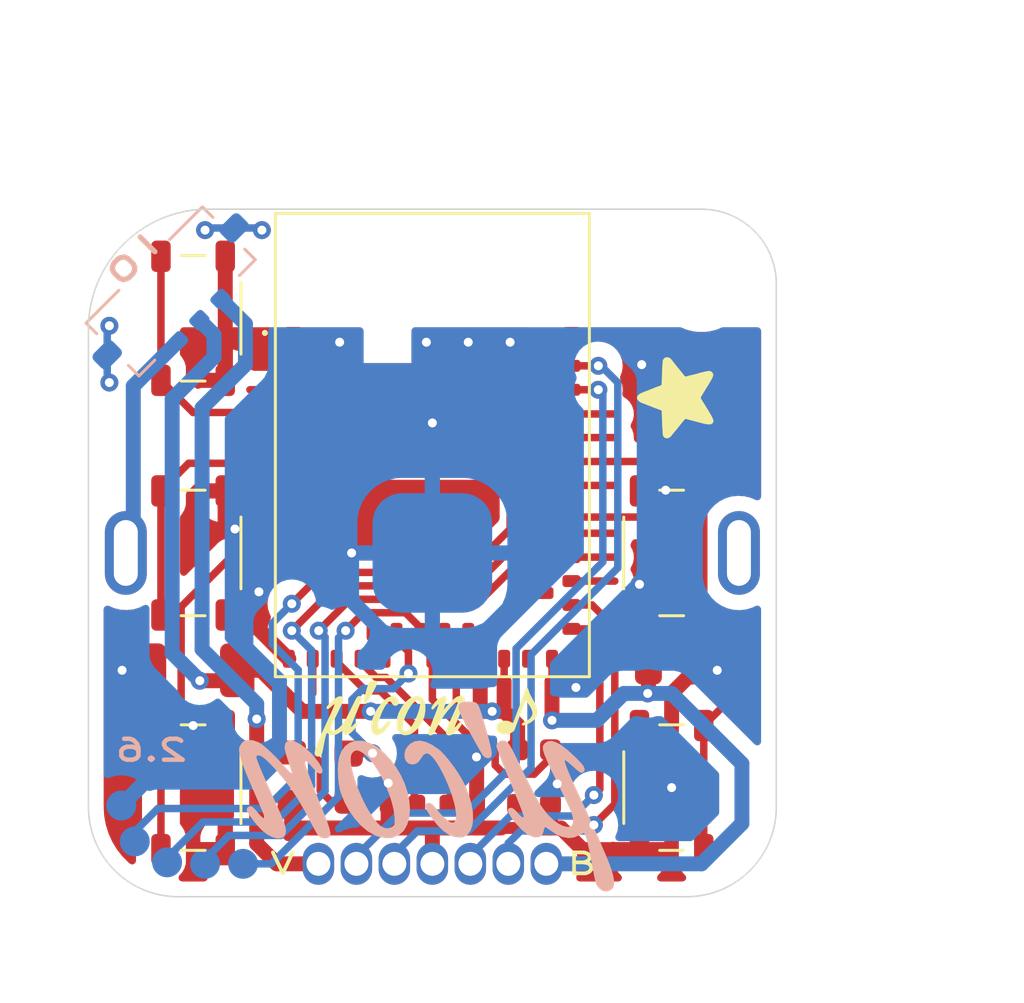
<source format=kicad_pcb>
(kicad_pcb (version 20211014) (generator pcbnew)
  (layers (0 "F.Cu" signal) (31 "B.Cu" signal) (34 "B.Paste" user) (35 "F.Paste" user) (36 "B.SilkS" user "B.Silkscreen") (37 "F.SilkS" user "F.Silkscreen") (38 "B.Mask" user) (39 "F.Mask" user) (44 "Edge.Cuts" user))
  (net 0 "")
  (net 1 "Net-(BT1-Pad1)")
  (net 2 "GND")
  (net 3 "VBUS")
  (net 4 "VDD")
  (net 5 "SWDCLK")
  (net 6 "SWDIO")
  (net 7 "D-")
  (net 8 "D+")
  (net 9 "Net-(D1-Pad1)")
  (net 10 "unconnected-(IC1-Pad3)")
  (net 11 "unconnected-(IC1-Pad4)")
  (net 13 "unconnected-(IC1-Pad6)")
  (net 15 "unconnected-(IC1-Pad10)")
  (net 17 "unconnected-(IC1-Pad12)")
  (net 19 "unconnected-(IC1-Pad16)")
  (net 23 "unconnected-(IC1-Pad26)")
  (net 28 "unconnected-(IC1-Pad37)")
  (net 30 "unconnected-(IC1-Pad39)")
  (net 31 "unconnected-(IC1-Pad41)")
  (net 32 "unconnected-(IC1-Pad43)")
  (net 33 "unconnected-(IC1-Pad44)")
  (net 36 "unconnected-(IC1-Pad48)")
  (net 37 "unconnected-(IC1-Pad49)")
  (net 38 "SWITCH")
  (net 39 "LED")
  (net 40 "D2")
  (net 44 "RESET")
  (net 46 "RGB")
  (net 51 "BOOT")
  (net 52 "VCC")
  (net 53 "XL2")
  (net 54 "XL1")
  (net 55 "unconnected-(S1-PadMP1)")
  (net 56 "unconnected-(S1-PadMP2)")
  (net 57 "sw5")
  (net 58 "sw4")
  (net 59 "sw3")
  (net 60 "sw2")
  (net 61 "sw1")
  (footprint "Connector_PinHeader_1.27mm:PinHeader_1x07_P1.27mm_Vertical" (layer "F.Cu") (at 57.69 71.9 90)
    (fp_text reference "J1" hide)
    (fp_text value "Conn_01x08")
    (pad "1" thru_hole oval locked (at 0 0 90) (size 1.4 1.05) (drill 0.8) (layers *.Cu *.Mask) (net 4 "VDD"))
    (pad "2" thru_hole oval locked (at 0 1.27 90) (size 1.4 1.05) (drill 0.8) (layers *.Cu *.Mask) (net 6 "SWDIO"))
    (pad "3" thru_hole oval locked (at 0 2.54 90) (size 1.4 1.05) (drill 0.8) (layers *.Cu *.Mask) (net 5 "SWDCLK"))
    (pad "4" thru_hole oval locked (at 0 3.81 90) (size 1.4 1.05) (drill 0.8) (layers *.Cu *.Mask) (net 2 "GND"))
    (pad "5" thru_hole oval locked (at 0 5.08 90) (size 1.4 1.05) (drill 0.8) (layers *.Cu *.Mask) (net 7 "D-"))
    (pad "6" thru_hole oval locked (at 0 6.35 90) (size 1.4 1.05) (drill 0.8) (layers *.Cu *.Mask) (net 8 "D+"))
    (pad "7" thru_hole oval locked (at 0 7.62 90) (size 1.4 1.05) (drill 0.8) (layers *.Cu *.Mask) (net 3 "VBUS"))
  )
  (footprint "MyLib:SKRPABE010" (layer "F.Cu") (at 69.5 69.35 -90)
    (fp_text reference "SW4" hide)
    (fp_text value "SW_PUSH" hide)
    (pad "1" smd roundrect locked (at -2.075 -1.075) (size 0.65 1.05) (layers "F.Cu" "F.Paste" "F.Mask") (net 58 "sw4"))
    (pad "1" smd roundrect locked (at 2.075 -1.075) (size 0.65 1.05) (layers "F.Cu" "F.Paste" "F.Mask") (net 58 "sw4"))
    (pad "2" smd roundrect locked (at -2.075 1.075) (size 0.65 1.05) (layers "F.Cu" "F.Paste" "F.Mask") (net 2 "GND"))
    (pad "2" smd roundrect locked (at 2.075 1.075) (size 0.65 1.05) (layers "F.Cu" "F.Paste" "F.Mask") (net 2 "GND"))
  )
  (footprint "Capacitor_SMD:C_1206_3216Metric" (layer "F.Cu") (at 53.5 65.425 180)
    (fp_text reference "C2" hide)
    (fp_text value "100uF")
    (pad "1" smd roundrect (at -1.475 0 180) (size 1.15 1.8) (layers "F.Cu" "F.Paste" "F.Mask") (roundrect_rratio 0.217391) (net 52 "VCC"))
    (pad "2" smd roundrect (at 1.475 0 180) (size 1.15 1.8) (layers "F.Cu" "F.Paste" "F.Mask") (roundrect_rratio 0.217391) (net 2 "GND"))
  )
  (footprint "SamacSys_Parts:MDBT50Q-1M" (layer "F.Cu") (at 61.5 57.89)
    (fp_text reference "IC1" hide)
    (fp_text value "MDBT50Q-1M" hide)
    (pad "1" smd roundrect (at -4.65 -3.75 90) (size 0.4 0.6) (layers "F.Cu" "F.Paste" "F.Mask") (net 2 "GND"))
    (pad "2" smd roundrect (at -4.65 -2.65 90) (size 0.4 0.6) (layers "F.Cu" "F.Paste" "F.Mask") (net 2 "GND"))
    (pad "3" smd roundrect (at -4.65 -1.85 90) (size 0.4 0.6) (layers "F.Cu" "F.Paste" "F.Mask") (net 10 "unconnected-(IC1-Pad3)"))
    (pad "4" smd roundrect (at -4.65 -0.25 90) (size 0.4 0.6) (layers "F.Cu" "F.Paste" "F.Mask") (net 11 "unconnected-(IC1-Pad4)"))
    (pad "5" smd roundrect (at -3.75 0.15 90) (size 0.4 0.6) (layers "F.Cu" "F.Paste" "F.Mask"))
    (pad "6" smd roundrect (at -4.65 0.55 90) (size 0.4 0.6) (layers "F.Cu" "F.Paste" "F.Mask") (net 13 "unconnected-(IC1-Pad6)"))
    (pad "7" smd roundrect (at -3.75 0.95 90) (size 0.4 0.6) (layers "F.Cu" "F.Paste" "F.Mask") (net 61 "sw1"))
    (pad "8" smd roundrect (at -4.65 1.35 90) (size 0.4 0.6) (layers "F.Cu" "F.Paste" "F.Mask") (net 60 "sw2"))
    (pad "9" smd roundrect (at -3.75 1.75 90) (size 0.4 0.6) (layers "F.Cu" "F.Paste" "F.Mask"))
    (pad "10" smd roundrect (at -4.65 2.15 90) (size 0.4 0.6) (layers "F.Cu" "F.Paste" "F.Mask") (net 15 "unconnected-(IC1-Pad10)"))
    (pad "11" smd roundrect (at -3.75 2.55 90) (size 0.4 0.6) (layers "F.Cu" "F.Paste" "F.Mask"))
    (pad "12" smd roundrect (at -4.65 2.95 90) (size 0.4 0.6) (layers "F.Cu" "F.Paste" "F.Mask") (net 17 "unconnected-(IC1-Pad12)"))
    (pad "13" smd roundrect (at -3.75 3.35 90) (size 0.4 0.6) (layers "F.Cu" "F.Paste" "F.Mask"))
    (pad "14" smd roundrect (at -4.65 3.75 90) (size 0.4 0.6) (layers "F.Cu" "F.Paste" "F.Mask") (net 59 "sw3"))
    (pad "15" smd roundrect (at -4.8 7.15 180) (size 0.4 0.6) (layers "F.Cu" "F.Paste" "F.Mask") (net 2 "GND"))
    (pad "16" smd roundrect (at -4 7.15 180) (size 0.4 0.6) (layers "F.Cu" "F.Paste" "F.Mask") (net 19 "unconnected-(IC1-Pad16)"))
    (pad "17" smd roundrect (at -3.2 7.15 180) (size 0.4 0.6) (layers "F.Cu" "F.Paste" "F.Mask") (net 54 "XL1"))
    (pad "18" smd roundrect (at -2.4 7.15 180) (size 0.4 0.6) (layers "F.Cu" "F.Paste" "F.Mask") (net 53 "XL2"))
    (pad "19" smd roundrect (at -2 6.25 180) (size 0.4 0.6) (layers "F.Cu" "F.Paste" "F.Mask"))
    (pad "20" smd roundrect (at -1.6 7.15 180) (size 0.4 0.6) (layers "F.Cu" "F.Paste" "F.Mask"))
    (pad "21" smd roundrect (at -1.2 6.25 180) (size 0.4 0.6) (layers "F.Cu" "F.Paste" "F.Mask") (net 39 "LED"))
    (pad "23" smd roundrect (at -0.4 6.25 180) (size 0.4 0.6) (layers "F.Cu" "F.Paste" "F.Mask") (net 51 "BOOT"))
    (pad "24" smd roundrect (at 0 7.15 180) (size 0.4 0.6) (layers "F.Cu" "F.Paste" "F.Mask") (net 46 "RGB"))
    (pad "25" smd roundrect (at 0.4 6.25 180) (size 0.4 0.6) (layers "F.Cu" "F.Paste" "F.Mask"))
    (pad "26" smd roundrect (at 0.8 7.15 180) (size 0.4 0.6) (layers "F.Cu" "F.Paste" "F.Mask") (net 23 "unconnected-(IC1-Pad26)"))
    (pad "27" smd roundrect (at 1.2 6.25 180) (size 0.4 0.6) (layers "F.Cu" "F.Paste" "F.Mask"))
    (pad "28" smd roundrect (at 1.6 7.15 180) (size 0.4 0.6) (layers "F.Cu" "F.Paste" "F.Mask") (net 52 "VCC"))
    (pad "29" smd roundrect (at 2 6.25 180) (size 0.4 0.6) (layers "F.Cu" "F.Paste" "F.Mask"))
    (pad "30" smd roundrect (at 2.4 7.15 180) (size 0.4 0.6) (layers "F.Cu" "F.Paste" "F.Mask") (net 52 "VCC"))
    (pad "31" smd roundrect (at 3.2 7.15 180) (size 0.4 0.6) (layers "F.Cu" "F.Paste" "F.Mask"))
    (pad "32" smd roundrect (at 4 7.15 180) (size 0.4 0.6) (layers "F.Cu" "F.Paste" "F.Mask") (net 3 "VBUS"))
    (pad "33" smd roundrect (at 4.8 7.15 180) (size 0.4 0.6) (layers "F.Cu" "F.Paste" "F.Mask") (net 2 "GND"))
    (pad "34" smd roundrect (at 4.65 6.15 90) (size 0.4 0.6) (layers "F.Cu" "F.Paste" "F.Mask") (net 7 "D-"))
    (pad "35" smd roundrect (at 4.65 5.35 90) (size 0.4 0.6) (layers "F.Cu" "F.Paste" "F.Mask") (net 8 "D+"))
    (pad "36" smd roundrect (at 3.75 4.95 90) (size 0.4 0.6) (layers "F.Cu" "F.Paste" "F.Mask"))
    (pad "37" smd roundrect (at 4.65 4.55 90) (size 0.4 0.6) (layers "F.Cu" "F.Paste" "F.Mask") (net 28 "unconnected-(IC1-Pad37)"))
    (pad "38" smd roundrect (at 3.75 4.15 90) (size 0.4 0.6) (layers "F.Cu" "F.Paste" "F.Mask"))
    (pad "39" smd roundrect (at 4.65 3.75 90) (size 0.4 0.6) (layers "F.Cu" "F.Paste" "F.Mask") (net 30 "unconnected-(IC1-Pad39)"))
    (pad "40" smd roundrect (at 3.75 3.35 90) (size 0.4 0.6) (layers "F.Cu" "F.Paste" "F.Mask") (net 44 "RESET"))
    (pad "41" smd roundrect (at 4.65 2.95 90) (size 0.4 0.6) (layers "F.Cu" "F.Paste" "F.Mask") (net 31 "unconnected-(IC1-Pad41)"))
    (pad "42" smd roundrect (at 3.75 2.55 90) (size 0.4 0.6) (layers "F.Cu" "F.Paste" "F.Mask") (net 58 "sw4"))
    (pad "43" smd roundrect (at 3.75 1.75 90) (size 0.4 0.6) (layers "F.Cu" "F.Paste" "F.Mask") (net 32 "unconnected-(IC1-Pad43)"))
    (pad "44" smd roundrect (at 4.65 1.35 90) (size 0.4 0.6) (layers "F.Cu" "F.Paste" "F.Mask") (net 33 "unconnected-(IC1-Pad44)"))
    (pad "45" smd roundrect (at 3.75 0.95 90) (size 0.4 0.6) (layers "F.Cu" "F.Paste" "F.Mask"))
    (pad "46" smd roundrect (at 4.65 0.55 90) (size 0.4 0.6) (layers "F.Cu" "F.Paste" "F.Mask") (net 57 "sw5"))
    (pad "47" smd roundrect (at 3.75 0.15 90) (size 0.4 0.6) (layers "F.Cu" "F.Paste" "F.Mask"))
    (pad "48" smd roundrect (at 4.65 -0.25 90) (size 0.4 0.6) (layers "F.Cu" "F.Paste" "F.Mask") (net 36 "unconnected-(IC1-Pad48)"))
    (pad "49" smd roundrect (at 3.75 -0.65 90) (size 0.4 0.6) (layers "F.Cu" "F.Paste" "F.Mask") (net 37 "unconnected-(IC1-Pad49)"))
    (pad "50" smd roundrect (at 3.75 -1.45 90) (size 0.4 0.6) (layers "F.Cu" "F.Paste" "F.Mask") (net 38 "SWITCH"))
    (pad "51" smd roundrect (at 4.65 -1.85 90) (size 0.4 0.6) (layers "F.Cu" "F.Paste" "F.Mask") (net 6 "SWDIO"))
    (pad "52" smd roundrect (at 3.75 -2.25 90) (size 0.4 0.6) (layers "F.Cu" "F.Paste" "F.Mask"))
    (pad "53" smd roundrect (at 4.65 -2.65 90) (size 0.4 0.6) (layers "F.Cu" "F.Paste" "F.Mask") (net 5 "SWDCLK"))
    (pad "54" smd roundrect (at 3.75 -3.05 90) (size 0.4 0.6) (layers "F.Cu" "F.Paste" "F.Mask") (net 40 "D2"))
    (pad "55" smd roundrect (at 4.65 -3.75 90) (size 0.4 0.6) (layers "F.Cu" "F.Paste" "F.Mask") (net 2 "GND"))
    (pad "56" smd roundrect (at -2 0.55 180) (size 0.4 0.6) (layers "F.Cu" "F.Paste" "F.Mask"))
    (pad "57" smd roundrect (at -1.2 0.55 180) (size 0.4 0.6) (layers "F.Cu" "F.Paste" "F.Mask"))
    (pad "58" smd roundrect (at -0.4 0.55 180) (size 0.4 0.6) (layers "F.Cu" "F.Paste" "F.Mask"))
    (pad "59" smd roundrect (at 0.4 0.55 180) (size 0.4 0.6) (layers "F.Cu" "F.Paste" "F.Mask"))
    (pad "60" smd roundrect (at 1.2 0.55 180) (size 0.4 0.6) (layers "F.Cu" "F.Paste" "F.Mask"))
    (pad "61" smd roundrect (at 2 0.55 180) (size 0.4 0.6) (layers "F.Cu" "F.Paste" "F.Mask"))
  )
  (footprint "MyLib:quarter_note3" (layer "F.Cu") (at 64.4 66.85 -20)
    (fp_text reference "LOGO3" hide)
    (fp_text value "Logo" hide)
  )
  (footprint "MyLib:SKRPABE010" (layer "F.Cu") (at 53.5 53.65 90)
    (fp_text reference "SW1" hide)
    (fp_text value "SW_PUSH" hide)
    (pad "1" smd roundrect locked (at 2.075 -1.075 180) (size 0.65 1.05) (layers "F.Cu" "F.Paste" "F.Mask") (net 61 "sw1"))
    (pad "1" smd roundrect locked (at -2.075 -1.075 180) (size 0.65 1.05) (layers "F.Cu" "F.Paste" "F.Mask") (net 61 "sw1"))
    (pad "2" smd roundrect locked (at -2.075 1.075 180) (size 0.65 1.05) (layers "F.Cu" "F.Paste" "F.Mask") (net 2 "GND"))
    (pad "2" smd roundrect locked (at 2.075 1.075 180) (size 0.65 1.05) (layers "F.Cu" "F.Paste" "F.Mask") (net 2 "GND"))
  )
  (footprint "MyLib:SKRPABE010" (layer "F.Cu") (at 69.5 61.5 -90)
    (fp_text reference "SW5" hide)
    (fp_text value "SW_PUSH" hide)
    (pad "1" smd roundrect locked (at -2.075 -1.075) (size 0.65 1.05) (layers "F.Cu" "F.Paste" "F.Mask") (net 57 "sw5"))
    (pad "1" smd roundrect locked (at 2.075 -1.075) (size 0.65 1.05) (layers "F.Cu" "F.Paste" "F.Mask") (net 57 "sw5"))
    (pad "2" smd roundrect locked (at -2.075 1.075) (size 0.65 1.05) (layers "F.Cu" "F.Paste" "F.Mask") (net 2 "GND"))
    (pad "2" smd roundrect locked (at 2.075 1.075) (size 0.65 1.05) (layers "F.Cu" "F.Paste" "F.Mask") (net 2 "GND"))
  )
  (footprint "MyLib:SKRPABE010" (layer "F.Cu") (at 53.5 69.35 90)
    (fp_text reference "SW3" hide)
    (fp_text value "SW_PUSH" hide)
    (pad "1" smd roundrect locked (at -2.075 -1.075 180) (size 0.65 1.05) (layers "F.Cu" "F.Paste" "F.Mask") (net 59 "sw3"))
    (pad "1" smd roundrect locked (at 2.075 -1.075 180) (size 0.65 1.05) (layers "F.Cu" "F.Paste" "F.Mask") (net 59 "sw3"))
    (pad "2" smd roundrect locked (at 2.075 1.075 180) (size 0.65 1.05) (layers "F.Cu" "F.Paste" "F.Mask") (net 2 "GND"))
    (pad "2" smd roundrect locked (at -2.075 1.075 180) (size 0.65 1.05) (layers "F.Cu" "F.Paste" "F.Mask") (net 2 "GND"))
  )
  (footprint "MyLib:SKRPABE010" (layer "F.Cu") (at 53.5 61.5 90)
    (fp_text reference "SW2" hide)
    (fp_text value "SW_PUSH" hide)
    (pad "1" smd roundrect locked (at 2.075 -1.075 180) (size 0.65 1.05) (layers "F.Cu" "F.Paste" "F.Mask") (net 60 "sw2"))
    (pad "1" smd roundrect locked (at -2.075 -1.075 180) (size 0.65 1.05) (layers "F.Cu" "F.Paste" "F.Mask") (net 60 "sw2"))
    (pad "2" smd roundrect locked (at 2.075 1.075 180) (size 0.65 1.05) (layers "F.Cu" "F.Paste" "F.Mask") (net 2 "GND"))
    (pad "2" smd roundrect locked (at -2.075 1.075 180) (size 0.65 1.05) (layers "F.Cu" "F.Paste" "F.Mask") (net 2 "GND"))
  )
  (footprint "Resistor_SMD:R_0603_1608Metric" (layer "F.Cu") (at 56.8 69 90)
    (fp_text reference "R1" hide)
    (fp_text value "1K")
    (pad "1" smd roundrect locked (at -0.825 0 90) (size 0.8 0.95) (layers "F.Cu" "F.Paste" "F.Mask") (net 2 "GND"))
    (pad "2" smd roundrect locked (at 0.825 0 90) (size 0.8 0.95) (layers "F.Cu" "F.Paste" "F.Mask") (net 9 "Net-(D1-Pad1)"))
  )
  (footprint "Capacitor_SMD:C_0603_1608Metric" (layer "F.Cu") (at 69.5 65.425)
    (fp_text reference "C1" hide)
    (fp_text value "1uF")
    (pad "1" smd roundrect locked (at -0.775 0) (size 0.9 0.95) (layers "F.Cu" "F.Paste" "F.Mask") (net 3 "VBUS"))
    (pad "2" smd roundrect locked (at 0.775 0) (size 0.9 0.95) (layers "F.Cu" "F.Paste" "F.Mask") (net 2 "GND"))
  )
  (footprint "LED_SMD:LED_0603_1608Metric" (layer "F.Cu") (at 58.7 69 90)
    (fp_text reference "D1" hide)
    (fp_text value "LED")
    (pad "1" smd roundrect locked (at -0.7875 0 90) (size 0.875 0.95) (layers "F.Cu" "F.Paste" "F.Mask") (net 9 "Net-(D1-Pad1)"))
    (pad "2" smd roundrect locked (at 0.7875 0 90) (size 0.875 0.95) (layers "F.Cu" "F.Paste" "F.Mask") (net 39 "LED"))
  )
  (footprint "MyLib:CM9VT1A" (layer "F.Cu") (at 61.5 68.6)
    (fp_text reference "Y1" hide)
    (fp_text value "32.768kHz 9pF" hide)
    (pad "1" smd roundrect locked (at -0.6 0) (size 0.6 1.2) (layers "F.Cu" "F.Paste" "F.Mask") (net 54 "XL1"))
    (pad "2" smd roundrect locked (at 0.6 0) (size 0.6 1.2) (layers "F.Cu" "F.Paste" "F.Mask") (net 53 "XL2"))
  )
  (footprint "Capacitor_SMD:C_0402_1005Metric" (layer "F.Cu") (at 60.5 69.9)
    (fp_text reference "C3" hide)
    (fp_text value "9p" hide)
    (pad "1" smd roundrect locked (at -0.48 0) (size 0.56 0.62) (layers "F.Cu" "F.Paste" "F.Mask") (net 2 "GND"))
    (pad "2" smd roundrect locked (at 0.48 0) (size 0.56 0.62) (layers "F.Cu" "F.Paste" "F.Mask") (net 54 "XL1"))
  )
  (footprint "Capacitor_SMD:C_0402_1005Metric" (layer "F.Cu") (at 62.5 69.9 180)
    (fp_text reference "C4" hide)
    (fp_text value "9p" hide)
    (pad "1" smd roundrect locked (at -0.48 0 180) (size 0.56 0.62) (layers "F.Cu" "F.Paste" "F.Mask") (net 2 "GND"))
    (pad "2" smd roundrect locked (at 0.48 0 180) (size 0.56 0.62) (layers "F.Cu" "F.Paste" "F.Mask") (net 53 "XL2"))
  )
  (footprint "MyLib:WS2812C2020" (layer "F.Cu") (at 64.9 69 -90)
    (fp_text reference "LED1" hide)
    (fp_text value "WS2812C" hide)
    (pad "1" smd roundrect locked (at 0.915 0.55) (size 0.7 0.7) (layers "F.Cu" "F.Paste" "F.Mask"))
    (pad "2" smd roundrect locked (at 0.915 -0.55) (size 0.7 0.7) (layers "F.Cu" "F.Paste" "F.Mask") (net 2 "GND"))
    (pad "3" smd roundrect locked (at -0.915 -0.55) (size 0.7 0.7) (layers "F.Cu" "F.Paste" "F.Mask") (net 46 "RGB"))
    (pad "4" smd roundrect locked (at -0.915 0.55) (size 0.7 0.7) (layers "F.Cu" "F.Paste" "F.Mask") (net 52 "VCC"))
  )
  (footprint "MountingHole:MountingHole_2.2mm_M2" (layer "F.Cu") (at 70.5 52.5)
    (fp_text reference "H1" hide)
    (fp_text value "MountingHole")
    (pad "" np_thru_hole circle locked (at 0 0) (size 2.2 2.2) (drill 2.2) (layers *.Cu *.Mask))
  )
  (footprint "MyLib:star_3mm" (layer "F.Cu") (at 69.7 56.3 90)
    (fp_text reference "LOGO4" hide)
    (fp_text value "Logo" hide)
  )
  (footprint "MyLib:mucon2" (layer "F.Cu") (at 60.4 66.9)
    (fp_text reference "LOGO2" hide)
    (fp_text value "Logo" hide)
  )
  (footprint "TestPoint:TestPoint_Pad_D1.0mm" (layer "B.Cu") (at 52.63 71.85)
    (fp_text reference "TP2" hide)
    (fp_text value "TestPoint" hide)
    (pad "1" smd circle locked (at 0 0) (size 1 1) (layers "B.Cu" "B.Mask") (net 38 "SWITCH"))
  )
  (footprint "MyLib:SSAJ120100" (layer "B.Cu") (at 52.75 52.75 45)
    (fp_text reference "S1" hide)
    (fp_text value "SSAJ120100" hide)
    (pad "1" smd roundrect locked (at -1 1.355 315) (size 0.51 0.6) (layers "B.Cu" "B.Paste" "B.Mask") (net 1 "Net-(BT1-Pad1)"))
    (pad "2" smd roundrect locked (at 1 1.355 315) (size 0.51 0.6) (layers "B.Cu" "B.Paste" "B.Mask") (net 4 "VDD"))
    (pad "C1" smd roundrect locked (at 0 1.355 315) (size 0.51 0.6) (layers "B.Cu" "B.Paste" "B.Mask") (net 52 "VCC"))
    (pad "MP1" smd roundrect locked (at -3 0 315) (size 0.7 0.9) (layers "B.Cu" "B.Paste" "B.Mask") (net 55 "unconnected-(S1-PadMP1)"))
    (pad "MP2" smd roundrect locked (at 3 0 315) (size 0.7 0.9) (layers "B.Cu" "B.Paste" "B.Mask") (net 56 "unconnected-(S1-PadMP2)"))
  )
  (footprint "MyLib:mucon" (layer "B.Cu") (at 60.5 69.3 180)
    (fp_text reference "LOGO1" hide)
    (fp_text value "Logo" hide)
  )
  (footprint "TestPoint:TestPoint_Pad_D1.0mm" (layer "B.Cu") (at 53.9 71.9)
    (fp_text reference "TP1" hide)
    (fp_text value "TestPoint" hide)
    (pad "1" smd circle locked (at 0 0) (size 1 1) (layers "B.Cu" "B.Mask") (net 44 "RESET"))
  )
  (footprint "TestPoint:TestPoint_Pad_D1.0mm" (layer "B.Cu") (at 51.1 69.95)
    (fp_text reference "TP5" hide)
    (fp_text value "TestPoint" hide)
    (pad "1" smd circle locked (at 0 0 315) (size 1 1) (layers "B.Cu" "B.Mask") (net 2 "GND"))
  )
  (footprint "TestPoint:TestPoint_Pad_D1.0mm" (layer "B.Cu") (at 51.55 71.15)
    (fp_text reference "TP3" hide)
    (fp_text value "TestPoint" hide)
    (pad "1" smd circle locked (at 0 0) (size 1 1) (layers "B.Cu" "B.Mask") (net 40 "D2"))
  )
  (footprint "MyLib:BK888_mod6" (layer "B.Cu") (at 61.5 61.5 180)
    (fp_text reference "BT1" hide)
    (fp_text value "Battery_Cell" hide)
    (pad "1" thru_hole oval locked (at 10.25 0 180) (size 1.4 2.8) (drill oval 0.8 2.2) (layers *.Cu *.Mask) (net 1 "Net-(BT1-Pad1)"))
    (pad "2" smd roundrect locked (at 0 0 90) (size 4 4) (layers "B.Cu" "B.Paste" "B.Mask") (net 2 "GND"))
    (pad "3" thru_hole oval locked (at -10.25 0 180) (size 1.4 2.8) (drill oval 0.8 2.2) (layers *.Cu *.Mask))
  )
  (footprint "TestPoint:TestPoint_Pad_D1.0mm" (layer "B.Cu") (at 55.17 71.9)
    (fp_text reference "TP4" hide)
    (fp_text value "TestPoint" hide)
    (pad "1" smd circle locked (at 0 0) (size 1 1) (layers "B.Cu" "B.Mask") (net 51 "BOOT"))
  )
  (gr_arc (start 73 70) (mid 72.12132 72.12132) (end 70 73) (layer "Edge.Cuts") (width 0.05))
  (gr_arc (start 53 73) (mid 50.87868 72.12132) (end 50 70) (layer "Edge.Cuts") (width 0.05))
  (gr_line (start 70 73) (end 53 73) (layer "Edge.Cuts") (width 0.05))
  (gr_line (start 54 50) (end 70.5 50) (layer "Edge.Cuts") (width 0.05))
  (gr_line (start 50 70) (end 50 54) (layer "Edge.Cuts") (width 0.05))
  (gr_line (start 73 52.5) (end 73 70) (layer "Edge.Cuts") (width 0.05))
  (gr_arc (start 50 54) (mid 51.171573 51.171573) (end 54 50) (layer "Edge.Cuts") (width 0.05))
  (gr_arc (start 70.5 50) (mid 72.267767 50.732233) (end 73 52.5) (layer "Edge.Cuts") (width 0.05))
  (gr_text "I" (at 52 51.2 45) (layer "B.SilkS") (effects (font (size 0.7 1) (thickness 0.175)) (justify mirror)))
  (gr_text "O" (at 51.2 52 45) (layer "B.SilkS") (effects (font (size 0.7 1) (thickness 0.175)) (justify mirror)))
  (gr_text "2.6" (at 52.1 68.1) (layer "B.SilkS") (effects (font (size 0.7 1)) (justify mirror)))
  (gr_text "V" (at 56.5 71.9) (layer "F.SilkS") (effects (font (size 0.7 1) (thickness 0.125))))
  (gr_text "B" (at 66.5 71.9) (layer "F.SilkS") (effects (font (size 0.7 1) (thickness 0.125))))
  (segment (start 51.5 61.25) (end 51.5 55.916259) (width 0.5) (layer "B.Cu") (net 1))
  (segment (start 51.5 55.916259) (end 53.001023 54.415236) (width 0.5) (layer "B.Cu") (net 1))
  (segment (start 51.25 61.5) (end 51.5 61.25) (width 0.5) (layer "B.Cu") (net 1))
  (segment (start 66.3 66) (end 66.3 65.04) (width 0.5) (layer "F.Cu") (net 2))
  (segment (start 61.5 71.9) (end 61.5 70.7) (width 0.5) (layer "F.Cu") (net 2))
  (segment (start 64.41 54.14) (end 66.15 54.14) (width 0.25) (layer "F.Cu") (net 2))
  (segment (start 56.85 54.14) (end 56.85 55.24) (width 0.25) (layer "F.Cu") (net 2))
  (segment (start 64.1 54.45) (end 64.41 54.14) (width 0.25) (layer "F.Cu") (net 2))
  (segment (start 65.8 70.7) (end 66.525 71.425) (width 0.5) (layer "F.Cu") (net 2))
  (segment (start 54.575 60.375) (end 54.575 59.425) (width 0.5) (layer "F.Cu") (net 2))
  (segment (start 65.8 70.7) (end 64.8 70.7) (width 0.5) (layer "F.Cu") (net 2))
  (segment (start 54.575 67.275) (end 54.575 71.425) (width 0.5) (layer "F.Cu") (net 2))
  (segment (start 65.675 69.225) (end 65.45 69.45) (width 0.5) (layer "F.Cu") (net 2))
  (segment (start 58.6 59.6) (end 58.6 61.3) (width 0.5) (layer "F.Cu") (net 2))
  (segment (start 63.8 70.7) (end 56.8 70.7) (width 0.5) (layer "F.Cu") (net 2))
  (segment (start 58.8 61.5) (end 62.3 61.5) (width 0.5) (layer "F.Cu") (net 2))
  (segment (start 70.275 65.425) (end 71.025 65.425) (width 0.5) (layer "F.Cu") (net 2))
  (segment (start 62.3 61.5) (end 63.5 60.3) (width 0.5) (layer "F.Cu") (net 2))
  (segment (start 54.9 60.7) (end 54.575 60.375) (width 0.5) (layer "F.Cu") (net 2))
  (segment (start 69.5 66.2) (end 70.275 65.425) (width 0.5) (layer "F.Cu") (net 2))
  (segment (start 66.525 71.425) (end 68.775 71.425) (width 0.5) (layer "F.Cu") (net 2))
  (segment (start 54.575 63.575) (end 55.699 63.575) (width 0.5) (layer "F.Cu") (net 2))
  (segment (start 62.98 68.33) (end 62.98 69.9) (width 0.5) (layer "F.Cu") (net 2))
  (segment (start 54.575 67.275) (end 53.5 67.275) (width 0.5) (layer "F.Cu") (net 2))
  (segment (start 55.7 63.574) (end 55.7 64.05997) (width 0.5) (layer "F.Cu") (net 2))
  (segment (start 63.5 60.3) (end 63.5 59.3) (width 0.5) (layer "F.Cu") (net 2))
  (segment (start 60.02 69.9) (end 60.02 70.7) (width 0.5) (layer "F.Cu") (net 2))
  (segment (start 69.5 67.275) (end 69.5 66.2) (width 0.5) (layer "F.Cu") (net 2))
  (segment (start 62.975 68.325) (end 62.98 68.33) (width 0.5) (layer "F.Cu") (net 2))
  (segment (start 65.45 69.915) (end 65.45 70.7) (width 0.5) (layer "F.Cu") (net 2))
  (segment (start 55.7 64.05997) (end 56.68003 65.04) (width 0.5) (layer "F.Cu") (net 2))
  (segment (start 55.7 62.8) (end 55.7 63.574) (width 0.5) (layer "F.Cu") (net 2))
  (segment (start 68.425 67.275) (end 68.425 71.425) (width 0.5) (layer "F.Cu") (net 2))
  (segment (start 55.699 63.575) (end 55.7 63.574) (width 0.5) (layer "F.Cu") (net 2))
  (segment (start 62.98 69.9) (end 62.98 70.7) (width 0.5) (layer "F.Cu") (net 2))
  (segment (start 63.8 70.7) (end 64.8 70.7) (width 0.4) (layer "F.Cu") (net 2))
  (segment (start 52.025 65.425) (end 51.125 65.425) (width 0.5) (layer "F.Cu") (net 2))
  (segment (start 68.425 63.575) (end 68.425 62.55) (width 0.5) (layer "F.Cu") (net 2))
  (segment (start 65.45 69.45) (end 65.45 69.915) (width 0.5) (layer "F.Cu") (net 2))
  (segment (start 58.6 61.3) (end 58.8 61.5) (width 0.5) (layer "F.Cu") (net 2))
  (segment (start 60.025 69.2) (end 60.02 69.205) (width 0.5) (layer "F.Cu") (net 2))
  (segment (start 56.8 70.7) (end 56.8 69.825) (width 0.5) (layer "F.Cu") (net 2))
  (segment (start 56.68003 65.04) (end 56.7 65.04) (width 0.5) (layer "F.Cu") (net 2))
  (segment (start 58.9 59.3) (end 58.6 59.6) (width 0.5) (layer "F.Cu") (net 2))
  (segment (start 60.02 69.205) (end 60.02 69.9) (width 0.5) (layer "F.Cu") (net 2))
  (segment (start 54.575 51.575) (end 54.575 55.725) (width 0.5) (layer "F.Cu") (net 2))
  (segment (start 63.5 59.3) (end 58.9 59.3) (width 0.5) (layer "F.Cu") (net 2))
  (segment (start 68.425 67.275) (end 69.5 67.275) (width 0.5) (layer "F.Cu") (net 2))
  (via (at 64.1 54.45) (size 0.6) (drill 0.3) (layers "F.Cu" "B.Cu") (net 2))
  (via (at 61.3 54.45) (size 0.6) (drill 0.3) (layers "F.Cu" "B.Cu") (net 2))
  (via (at 62.7 54.45) (size 0.6) (drill 0.3) (layers "F.Cu" "B.Cu") (net 2))
  (via (at 53.5 67.275) (size 0.6) (drill 0.3) (layers "F.Cu" "B.Cu") (net 2))
  (via (at 58.4 54.45) (size 0.6) (drill 0.3) (layers "F.Cu" "B.Cu") (net 2))
  (via (at 61.5 57.15) (size 0.6) (drill 0.3) (layers "F.Cu" "B.Cu") (net 2))
  (via (at 66.3 66) (size 0.6) (drill 0.3) (layers "F.Cu" "B.Cu") (net 2))
  (via (at 62.975 68.325) (size 0.6) (drill 0.3) (layers "F.Cu" "B.Cu") (net 2))
  (via (at 60.025 69.2) (size 0.6) (drill 0.3) (layers "F.Cu" "B.Cu") (net 2))
  (via (at 65.675 69.225) (size 0.6) (drill 0.3) (layers "F.Cu" "B.Cu") (net 2))
  (via (at 68.425 62.55) (size 0.6) (drill 0.3) (layers "F.Cu" "B.Cu") (net 2))
  (via (at 69.3 59.4) (size 0.6) (drill 0.3) (layers "F.Cu" "B.Cu") (net 2))
  (via (at 69.5 69.35) (size 0.6) (drill 0.3) (layers "F.Cu" "B.Cu") (net 2))
  (via (at 54.9 60.7) (size 0.6) (drill 0.3) (layers "F.Cu" "B.Cu") (net 2))
  (via (at 68.5 55.2) (size 0.6) (drill 0.3) (layers "F.Cu" "B.Cu") (net 2))
  (via (at 51.125 65.425) (size 0.6) (drill 0.3) (layers "F.Cu" "B.Cu") (net 2))
  (via (at 71.025 65.425) (size 0.6) (drill 0.3) (layers "F.Cu" "B.Cu") (net 2))
  (via (at 58.8 61.5) (size 0.6) (drill 0.3) (layers "F.Cu" "B.Cu") (net 2))
  (via (at 55.7 62.8) (size 0.6) (drill 0.3) (layers "F.Cu" "B.Cu") (net 2))
  (segment (start 56.388 65.786) (end 55.118 64.516) (width 0.5) (layer "B.Cu") (net 2))
  (segment (start 56.388 68.072) (end 56.388 65.786) (width 0.5) (layer "B.Cu") (net 2))
  (segment (start 53.5 67.724) (end 54.356 68.58) (width 0.5) (layer "B.Cu") (net 2))
  (segment (start 60.1 64.4) (end 63 64.4) (width 0.5) (layer "B.Cu") (net 2))
  (segment (start 53.5 67.275) (end 53.5 67.724) (width 0.5) (layer "B.Cu") (net 2))
  (segment (start 63 64.4) (end 64.3 63.1) (width 0.5) (layer "B.Cu") (net 2))
  (segment (start 58.8 61.5) (end 58.8 63.1) (width 0.5) (layer "B.Cu") (net 2))
  (segment (start 55.118 64.516) (end 55.118 63.382) (width 0.5) (layer "B.Cu") (net 2))
  (segment (start 58.8 63.1) (end 60.1 64.4) (width 0.5) (layer "B.Cu") (net 2))
  (segment (start 54.356 68.58) (end 55.88 68.58) (width 0.5) (layer "B.Cu") (net 2))
  (segment (start 55.88 68.58) (end 56.388 68.072) (width 0.5) (layer "B.Cu") (net 2))
  (segment (start 55.118 63.382) (end 55.7 62.8) (width 0.5) (layer "B.Cu") (net 2))
  (segment (start 65.5 66) (end 65.5 65.04) (width 0.25) (layer "F.Cu") (net 3))
  (segment (start 65.5 65.8) (end 65.5 67.1) (width 0.5) (layer "F.Cu") (net 3))
  (segment (start 68.725 65.425) (end 68.725 66.175) (width 0.5) (layer "F.Cu") (net 3))
  (segment (start 68.725 66.175) (end 68.7 66.2) (width 0.5) (layer "F.Cu") (net 3))
  (via (at 65.5 67.1) (size 0.6) (drill 0.3) (layers "F.Cu" "B.Cu") (net 3))
  (via (at 68.7 66.2) (size 0.6) (drill 0.3) (layers "F.Cu" "B.Cu") (net 3))
  (segment (start 69.5 66.2) (end 71.85 68.55) (width 0.5) (layer "B.Cu") (net 3))
  (segment (start 67.9 66.2) (end 67 67.1) (width 0.5) (layer "B.Cu") (net 3))
  (segment (start 71.85 68.55) (end 71.85 70.55) (width 0.5) (layer "B.Cu") (net 3))
  (segment (start 70.5 71.9) (end 71.85 70.55) (width 0.5) (layer "B.Cu") (net 3))
  (segment (start 68.7 66.2) (end 67.9 66.2) (width 0.5) (layer "B.Cu") (net 3))
  (segment (start 68.7 66.2) (end 69.5 66.2) (width 0.5) (layer "B.Cu") (net 3))
  (segment (start 65.51 72.2) (end 65.31 72) (width 0.5) (layer "B.Cu") (net 3))
  (segment (start 70.5 71.9) (end 65.31 71.9) (width 0.5) (layer "B.Cu") (net 3))
  (segment (start 67 67.1) (end 65.5 67.1) (width 0.5) (layer "B.Cu") (net 3))
  (segment (start 55.626 67.056) (end 55.626 71.226) (width 0.5) (layer "F.Cu") (net 4))
  (segment (start 55.626 71.226) (end 56.3 71.9) (width 0.5) (layer "F.Cu") (net 4))
  (segment (start 56.3 71.9) (end 57.69 71.9) (width 0.5) (layer "F.Cu") (net 4))
  (via (at 55.626 67.056) (size 0.6) (drill 0.3) (layers "F.Cu" "B.Cu") (net 4))
  (segment (start 55.25 55.2) (end 55.25 53.835787) (width 0.5) (layer "B.Cu") (net 4))
  (segment (start 53.8 56.65) (end 55.25 55.2) (width 0.5) (layer "B.Cu") (net 4))
  (segment (start 55.626 67.056) (end 55.626 66.548) (width 0.5) (layer "B.Cu") (net 4))
  (segment (start 53.8 64.722) (end 53.8 56.65) (width 0.5) (layer "B.Cu") (net 4))
  (segment (start 55.25 53.835787) (end 54.415236 53.001023) (width 0.5) (layer "B.Cu") (net 4))
  (segment (start 55.626 66.548) (end 53.8 64.722) (width 0.5) (layer "B.Cu") (net 4))
  (segment (start 67.05 55.24) (end 66.15 55.24) (width 0.25) (layer "F.Cu") (net 5))
  (via (at 67.05 55.24) (size 0.6) (drill 0.3) (layers "F.Cu" "B.Cu") (net 5))
  (segment (start 67.14 55.24) (end 67.05 55.24) (width 0.25) (layer "B.Cu") (net 5))
  (segment (start 67.7 62) (end 67.7 55.8) (width 0.25) (layer "B.Cu") (net 5))
  (segment (start 62.7 70.8) (end 64.8 68.7) (width 0.25) (layer "B.Cu") (net 5))
  (segment (start 64.8 68.7) (end 64.8 64.9) (width 0.25) (layer "B.Cu") (net 5))
  (segment (start 60.23 71.57) (end 61 70.8) (width 0.25) (layer "B.Cu") (net 5))
  (segment (start 64.8 64.9) (end 67.7 62) (width 0.25) (layer "B.Cu") (net 5))
  (segment (start 60.23 71.9) (end 60.23 71.57) (width 0.25) (layer "B.Cu") (net 5))
  (segment (start 61 70.8) (end 62.7 70.8) (width 0.25) (layer "B.Cu") (net 5))
  (segment (start 67.7 55.8) (end 67.14 55.24) (width 0.25) (layer "B.Cu") (net 5))
  (segment (start 67.06 56.04) (end 66.15 56.04) (width 0.25) (layer "F.Cu") (net 6))
  (via (at 67.05 56.04) (size 0.6) (drill 0.3) (layers "F.Cu" "B.Cu") (net 6))
  (segment (start 64.3 64.7) (end 67.05 61.95) (width 0.25) (layer "B.Cu") (net 6))
  (segment (start 58.96 71.9) (end 58.96 71.64) (width 0.25) (layer "B.Cu") (net 6))
  (segment (start 58.96 71.64) (end 60.4 70.2) (width 0.25) (layer "B.Cu") (net 6))
  (segment (start 67.2 56.19) (end 67.2 61.8) (width 0.25) (layer "B.Cu") (net 6))
  (segment (start 62.6 70.2) (end 64.3 68.5) (width 0.25) (layer "B.Cu") (net 6))
  (segment (start 67.05 56.04) (end 67.2 56.19) (width 0.25) (layer "B.Cu") (net 6))
  (segment (start 64.3 68.5) (end 64.3 64.7) (width 0.25) (layer "B.Cu") (net 6))
  (segment (start 67.05 61.95) (end 67 62) (width 0.25) (layer "B.Cu") (net 6))
  (segment (start 67.2 61.8) (end 67.05 61.95) (width 0.25) (layer "B.Cu") (net 6))
  (segment (start 60.4 70.2) (end 62.6 70.2) (width 0.25) (layer "B.Cu") (net 6))
  (segment (start 66.84 64.04) (end 66.15 64.04) (width 0.25) (layer "F.Cu") (net 7))
  (segment (start 67.1 64.3) (end 66.84 64.04) (width 0.25) (layer "F.Cu") (net 7))
  (segment (start 66.9 69.6) (end 67.1 69.4) (width 0.25) (layer "F.Cu") (net 7))
  (segment (start 67.1 69.4) (end 67.1 64.3) (width 0.25) (layer "F.Cu") (net 7))
  (via (at 66.9 69.6) (size 0.6) (drill 0.3) (layers "F.Cu" "B.Cu") (net 7))
  (segment (start 66.9 69.6) (end 66.2 70.3) (width 0.25) (layer "B.Cu") (net 7))
  (segment (start 62.77 71.63) (end 62.77 71.9) (width 0.25) (layer "B.Cu") (net 7))
  (segment (start 62.77 71.83) (end 62.77 72) (width 0.25) (layer "B.Cu") (net 7))
  (segment (start 64.1 70.3) (end 62.77 71.63) (width 0.25) (layer "B.Cu") (net 7))
  (segment (start 66.2 70.3) (end 64.1 70.3) (width 0.25) (layer "B.Cu") (net 7))
  (segment (start 66.9 70.6) (end 67.6 69.9) (width 0.25) (layer "F.Cu") (net 8))
  (segment (start 67.6 64) (end 66.84 63.24) (width 0.25) (layer "F.Cu") (net 8))
  (segment (start 66.84 63.24) (end 66.15 63.24) (width 0.25) (layer "F.Cu") (net 8))
  (segment (start 67.6 69.9) (end 67.6 64) (width 0.25) (layer "F.Cu") (net 8))
  (via (at 66.9 70.6) (size 0.6) (drill 0.3) (layers "F.Cu" "B.Cu") (net 8))
  (segment (start 64.04 71.21) (end 64.04 72) (width 0.25) (layer "B.Cu") (net 8))
  (segment (start 66.9 70.6) (end 66.7 70.8) (width 0.25) (layer "B.Cu") (net 8))
  (segment (start 66.7 70.8) (end 64.45 70.8) (width 0.25) (layer "B.Cu") (net 8))
  (segment (start 64.45 70.8) (end 64.04 71.21) (width 0.25) (layer "B.Cu") (net 8))
  (segment (start 64.04 71.9) (end 64.04 71.21) (width 0.25) (layer "B.Cu") (net 8))
  (segment (start 58.7 69.7875) (end 58.0875 69.7875) (width 0.25) (layer "F.Cu") (net 9))
  (segment (start 57.75 68.5) (end 57.425 68.175) (width 0.25) (layer "F.Cu") (net 9))
  (segment (start 58.0875 69.7875) (end 57.75 69.45) (width 0.25) (layer "F.Cu") (net 9))
  (segment (start 57.75 69.45) (end 57.75 68.5) (width 0.25) (layer "F.Cu") (net 9))
  (segment (start 57.425 68.175) (end 56.8 68.175) (width 0.25) (layer "F.Cu") (net 9))
  (segment (start 56.85 56.04) (end 55.4 56.04) (width 0.25) (layer "F.Cu") (net 10))
  (segment (start 56.85 57.64) (end 55.4 57.64) (width 0.25) (layer "F.Cu") (net 11))
  (segment (start 56.85 58.44) (end 55.67641 58.44) (width 0.25) (layer "F.Cu") (net 13))
  (segment (start 56.85 60.04) (end 55.4 60.04) (width 0.25) (layer "F.Cu") (net 15))
  (segment (start 56.85 60.84) (end 55.56 60.84) (width 0.25) (layer "F.Cu") (net 17))
  (segment (start 57.5 65.04) (end 57.5 66.2) (width 0.25) (layer "F.Cu") (net 19))
  (segment (start 57.5 65.04) (end 57.5 65.2) (width 0.25) (layer "F.Cu") (net 19))
  (segment (start 62.3 65.04) (end 62.3 66.5) (width 0.25) (layer "F.Cu") (net 23))
  (segment (start 66.15 62.44) (end 67.6 62.44) (width 0.25) (layer "F.Cu") (net 28))
  (segment (start 66.15 61.64) (end 67.6 61.64) (width 0.25) (layer "F.Cu") (net 30))
  (segment (start 66.15 60.84) (end 67.6 60.84) (width 0.25) (layer "F.Cu") (net 31))
  (segment (start 65.25 59.64) (end 65.44 59.64) (width 0.25) (layer "F.Cu") (net 32))
  (segment (start 66.15 59.24) (end 67.6 59.24) (width 0.25) (layer "F.Cu") (net 33))
  (segment (start 66.15 57.64) (end 67.6 57.64) (width 0.25) (layer "F.Cu") (net 36))
  (segment (start 65.25 57.24) (end 65.56 57.24) (width 0.25) (layer "F.Cu") (net 37))
  (segment (start 65.95 56.85) (end 67.6 56.85) (width 0.25) (layer "F.Cu") (net 37))
  (segment (start 65.56 57.24) (end 65.95 56.85) (width 0.25) (layer "F.Cu") (net 37))
  (segment (start 64.96 56.44) (end 65.25 56.44) (width 0.25) (layer "F.Cu") (net 38))
  (segment (start 58.3 62.6) (end 62.9 62.6) (width 0.25) (layer "F.Cu") (net 38))
  (segment (start 62.9 62.6) (end 64.6 60.9) (width 0.25) (layer "F.Cu") (net 38))
  (segment (start 64.6 60.9) (end 64.6 56.8) (width 0.25) (layer "F.Cu") (net 38))
  (segment (start 64.6 56.8) (end 64.96 56.44) (width 0.25) (layer "F.Cu") (net 38))
  (segment (start 56.8 64.1) (end 58.3 62.6) (width 0.25) (layer "F.Cu") (net 38))
  (via (at 56.8 64.1) (size 0.6) (drill 0.3) (layers "F.Cu" "B.Cu") (net 38))
  (segment (start 57.46248 69.282084) (end 56.244564 70.5) (width 0.25) (layer "B.Cu") (net 38))
  (segment (start 56.244564 70.5) (end 53.83 70.5) (width 0.25) (layer "B.Cu") (net 38))
  (segment (start 57.46248 64.76248) (end 57.46248 69.282084) (width 0.25) (layer "B.Cu") (net 38))
  (segment (start 56.8 64.1) (end 57.46248 64.76248) (width 0.25) (layer "B.Cu") (net 38))
  (segment (start 53.83 70.5) (end 52.63 71.7) (width 0.25) (layer "B.Cu") (net 38))
  (segment (start 60.3 64.4) (end 60.3 64.14) (width 0.25) (layer "F.Cu") (net 39))
  (segment (start 59.4875 68.2125) (end 58.7 68.2125) (width 0.25) (layer "F.Cu") (net 39))
  (segment (start 60.7 65.532) (end 60.7 64.8) (width 0.25) (layer "F.Cu") (net 39))
  (segment (start 60.7 64.8) (end 60.3 64.4) (width 0.25) (layer "F.Cu") (net 39))
  (segment (start 59.5 68.2) (end 59.4875 68.2125) (width 0.25) (layer "F.Cu") (net 39))
  (via (at 60.7 65.532) (size 0.6) (drill 0.3) (layers "F.Cu" "B.Cu") (net 39))
  (via (at 59.5 68.2) (size 0.6) (drill 0.3) (layers "F.Cu" "B.Cu") (net 39))
  (segment (start 58.811489 67.511489) (end 59.5 68.2) (width 0.25) (layer "B.Cu") (net 39))
  (segment (start 60.7 65.532) (end 60.192 66.04) (width 0.25) (layer "B.Cu") (net 39))
  (segment (start 59.182 66.04) (end 58.811489 66.410511) (width 0.25) (layer "B.Cu") (net 39))
  (segment (start 60.192 66.04) (end 59.182 66.04) (width 0.25) (layer "B.Cu") (net 39))
  (segment (start 58.811489 66.410511) (end 58.811489 67.511489) (width 0.25) (layer "B.Cu") (net 39))
  (segment (start 56.8 63.2) (end 57.85 62.15) (width 0.25) (layer "F.Cu") (net 40))
  (segment (start 57.85 62.15) (end 62.65 62.15) (width 0.25) (layer "F.Cu") (net 40))
  (segment (start 62.65 62.15) (end 64.1 60.7) (width 0.25) (layer "F.Cu") (net 40))
  (segment (start 64.1 60.7) (end 64.1 55.7) (width 0.25) (layer "F.Cu") (net 40))
  (segment (start 64.1 55.7) (end 64.96 54.84) (width 0.25) (layer "F.Cu") (net 40))
  (segment (start 64.96 54.84) (end 65.25 54.84) (width 0.25) (layer "F.Cu") (net 40))
  (via (at 56.8 63.2) (size 0.6) (drill 0.3) (layers "F.Cu" "B.Cu") (net 40))
  (segment (start 56.8 63.2) (end 56.15 63.85) (width 0.25) (layer "B.Cu") (net 40))
  (segment (start 56.15 64.55) (end 57.01296 65.41296) (width 0.25) (layer "B.Cu") (net 40))
  (segment (start 56.15 63.85) (end 56.15 64.55) (width 0.25) (layer "B.Cu") (net 40))
  (segment (start 57.01296 65.41296) (end 57.01296 68.97104) (width 0.25) (layer "B.Cu") (net 40))
  (segment (start 52.32 70.05) (end 51.5 70.87) (width 0.25) (layer "B.Cu") (net 40))
  (segment (start 57.01296 68.97104) (end 55.934 70.05) (width 0.25) (layer "B.Cu") (net 40))
  (segment (start 55.934 70.05) (end 52.32 70.05) (width 0.25) (layer "B.Cu") (net 40))
  (segment (start 64.96 61.24) (end 65.25 61.24) (width 0.25) (layer "F.Cu") (net 44))
  (segment (start 57.7 64.1) (end 58.75 63.05) (width 0.25) (layer "F.Cu") (net 44))
  (segment (start 63.15 63.05) (end 64.96 61.24) (width 0.25) (layer "F.Cu") (net 44))
  (segment (start 58.75 63.05) (end 63.15 63.05) (width 0.25) (layer "F.Cu") (net 44))
  (via (at 57.7 64.1) (size 0.6) (drill 0.3) (layers "F.Cu" "B.Cu") (net 44))
  (segment (start 56.430282 70.95) (end 57.912 69.468282) (width 0.25) (layer "B.Cu") (net 44))
  (segment (start 57.912 69.468282) (end 57.912 64.312) (width 0.25) (layer "B.Cu") (net 44))
  (segment (start 54.7 70.95) (end 56.430282 70.95) (width 0.25) (layer "B.Cu") (net 44))
  (segment (start 53.9 71.75) (end 54.7 70.95) (width 0.25) (layer "B.Cu") (net 44))
  (segment (start 57.912 64.312) (end 57.7 64.1) (width 0.25) (layer "B.Cu") (net 44))
  (segment (start 53.9 71.9) (end 53.9 71.75) (width 0.25) (layer "B.Cu") (net 44))
  (segment (start 63.9 68.9) (end 64.9 68.9) (width 0.25) (layer "F.Cu") (net 46))
  (segment (start 63.6 68.6) (end 63.9 68.9) (width 0.25) (layer "F.Cu") (net 46))
  (segment (start 63.3 67.7) (end 63.6 68) (width 0.25) (layer "F.Cu") (net 46))
  (segment (start 62.8 67.7) (end 63.3 67.7) (width 0.25) (layer "F.Cu") (net 46))
  (segment (start 64.9 68.9) (end 65.45 68.35) (width 0.25) (layer "F.Cu") (net 46))
  (segment (start 61.5 65.04) (end 61.5 66.4) (width 0.25) (layer "F.Cu") (net 46))
  (segment (start 63.6 68) (end 63.6 68.6) (width 0.25) (layer "F.Cu") (net 46))
  (segment (start 61.5 66.4) (end 62.8 67.7) (width 0.25) (layer "F.Cu") (net 46))
  (segment (start 65.45 68.35) (end 65.45 68.085) (width 0.25) (layer "F.Cu") (net 46))
  (segment (start 60.6 63.5) (end 61.1 64) (width 0.25) (layer "F.Cu") (net 51))
  (segment (start 61.1 64) (end 61.1 64.14) (width 0.25) (layer "F.Cu") (net 51))
  (segment (start 58.6 64.1) (end 59.2 63.5) (width 0.25) (layer "F.Cu") (net 51))
  (segment (start 59.2 63.5) (end 60.6 63.5) (width 0.25) (layer "F.Cu") (net 51))
  (via (at 58.6 64.1) (size 0.6) (drill 0.3) (layers "F.Cu" "B.Cu") (net 51))
  (segment (start 58.361969 69.654031) (end 56.116 71.9) (width 0.25) (layer "B.Cu") (net 51))
  (segment (start 58.361969 64.338031) (end 58.361969 69.654031) (width 0.25) (layer "B.Cu") (net 51))
  (segment (start 58.6 64.1) (end 58.361969 64.338031) (width 0.25) (layer "B.Cu") (net 51))
  (segment (start 56.116 71.9) (end 55.17 71.9) (width 0.25) (layer "B.Cu") (net 51))
  (segment (start 63.1 65.8) (end 63.1 66.8) (width 0.5) (layer "F.Cu") (net 52))
  (segment (start 63.1 65.04) (end 63.1 65.95) (width 0.25) (layer "F.Cu") (net 52))
  (segment (start 63.9 65.04) (end 63.9 65.95) (width 0.25) (layer "F.Cu") (net 52))
  (segment (start 54.625 65.775) (end 54.975 65.425) (width 0.5) (layer "F.Cu") (net 52))
  (segment (start 64.35 67.75) (end 64.35 68.085) (width 0.5) (layer "F.Cu") (net 52))
  (segment (start 55.773 65.425) (end 54.975 65.425) (width 0.5) (layer "F.Cu") (net 52))
  (segment (start 57.148 66.8) (end 55.773 65.425) (width 0.5) (layer "F.Cu") (net 52))
  (segment (start 64.35 68.085) (end 64.35 67.25) (width 0.5) (layer "F.Cu") (net 52))
  (segment (start 64.35 67.25) (end 64.15 67.05) (width 0.5) (layer "F.Cu") (net 52))
  (segment (start 63.1 66.8) (end 63.9 66.8) (width 0.5) (layer "F.Cu") (net 52))
  (segment (start 63.9 66.8) (end 63.9 65.8) (width 0.5) (layer "F.Cu") (net 52))
  (segment (start 53.7245 65.775) (end 54.625 65.775) (width 0.5) (layer "F.Cu") (net 52))
  (segment (start 59.436 66.8) (end 57.148 66.8) (width 0.5) (layer "F.Cu") (net 52))
  (segment (start 63.9 66.8) (end 64.15 67.05) (width 0.5) (layer "F.Cu") (net 52))
  (via (at 59.436 66.8) (size 0.6) (drill 0.3) (layers "F.Cu" "B.Cu") (net 52))
  (via (at 63.5 66.8) (size 0.6) (drill 0.3) (layers "F.Cu" "B.Cu") (net 52))
  (via (at 53.7245 65.775) (size 0.6) (drill 0.3) (layers "F.Cu" "B.Cu") (net 52))
  (segment (start 54.2 54.2) (end 53.70813 53.70813) (width 0.5) (layer "B.Cu") (net 52))
  (segment (start 53.7245 65.775) (end 52.8 64.8505) (width 0.5) (layer "B.Cu") (net 52))
  (segment (start 52.8 64.8505) (end 52.8 56.35) (width 0.5) (layer "B.Cu") (net 52))
  (segment (start 54.2 54.95) (end 54.2 54.2) (width 0.5) (layer "B.Cu") (net 52))
  (segment (start 52.8 56.35) (end 54.2 54.95) (width 0.5) (layer "B.Cu") (net 52))
  (segment (start 59.436 66.8) (end 63.5 66.8) (width 0.5) (layer "B.Cu") (net 52))
  (segment (start 62.1 68.6) (end 62.1 69.82) (width 0.25) (layer "F.Cu") (net 53))
  (segment (start 59.624159 65.66452) (end 59.949327 65.66452) (width 0.25) (layer "F.Cu") (net 53))
  (segment (start 59.1 65.140361) (end 59.624159 65.66452) (width 0.25) (layer "F.Cu") (net 53))
  (segment (start 59.1 65.04) (end 59.1 65.140361) (width 0.25) (layer "F.Cu") (net 53))
  (segment (start 62.1 67.815193) (end 62.1 68.6) (width 0.25) (layer "F.Cu") (net 53))
  (segment (start 59.949327 65.66452) (end 62.1 67.815193) (width 0.25) (layer "F.Cu") (net 53))
  (segment (start 62.1 69.82) (end 62.02 69.9) (width 0.25) (layer "F.Cu") (net 53))
  (segment (start 58.3 65.140361) (end 59.273679 66.11404) (width 0.25) (layer "F.Cu") (net 54))
  (segment (start 58.3 65.04) (end 58.3 65.140361) (width 0.25) (layer "F.Cu") (net 54))
  (segment (start 60.9 69.82) (end 60.98 69.9) (width 0.25) (layer "F.Cu") (net 54))
  (segment (start 60.9 67.250911) (end 60.9 68.6) (width 0.25) (layer "F.Cu") (net 54))
  (segment (start 60.9 68.6) (end 60.9 69.82) (width 0.25) (layer "F.Cu") (net 54))
  (segment (start 59.273679 66.11404) (end 59.763129 66.11404) (width 0.25) (layer "F.Cu") (net 54))
  (segment (start 59.763129 66.11404) (end 60.9 67.250911) (width 0.25) (layer "F.Cu") (net 54))
  (via (at 50.7 55.8) (size 0.6) (drill 0.3) (layers "F.Cu" "B.Cu") (net 55))
  (via (at 50.7 53.9) (size 0.6) (drill 0.3) (layers "F.Cu" "B.Cu") (net 55))
  (segment (start 50.62868 55.72868) (end 50.62868 54.87132) (width 0.25) (layer "B.Cu") (net 55))
  (segment (start 50.7 55.8) (end 50.62868 55.72868) (width 0.25) (layer "B.Cu") (net 55))
  (segment (start 50.7 53.9) (end 50.62868 53.97132) (width 0.25) (layer "B.Cu") (net 55))
  (segment (start 50.62868 53.97132) (end 50.62868 54.87132) (width 0.25) (layer "B.Cu") (net 55))
  (via (at 55.8 50.7) (size 0.6) (drill 0.3) (layers "F.Cu" "B.Cu") (net 56))
  (via (at 53.9 50.7) (size 0.6) (drill 0.3) (layers "F.Cu" "B.Cu") (net 56))
  (segment (start 55.8 50.7) (end 55.72868 50.62868) (width 0.25) (layer "B.Cu") (net 56))
  (segment (start 53.97132 50.62868) (end 54.87132 50.62868) (width 0.25) (layer "B.Cu") (net 56))
  (segment (start 55.72868 50.62868) (end 54.87132 50.62868) (width 0.25) (layer "B.Cu") (net 56))
  (segment (start 53.9 50.7) (end 53.97132 50.62868) (width 0.25) (layer "B.Cu") (net 56))
  (segment (start 70.575 59.425) (end 70.575 63.575) (width 0.25) (layer "F.Cu") (net 57))
  (segment (start 69.59 58.44) (end 70.575 59.425) (width 0.25) (layer "F.Cu") (net 57))
  (segment (start 66.15 58.44) (end 69.59 58.44) (width 0.25) (layer "F.Cu") (net 57))
  (segment (start 70.575 67.275) (end 71.7 66.15) (width 0.25) (layer "F.Cu") (net 58))
  (segment (start 65.51 60.44) (end 65.25 60.44) (width 0.25) (layer "F.Cu") (net 58))
  (segment (start 69.9 61.7) (end 68.5 60.3) (width 0.25) (layer "F.Cu") (net 58))
  (segment (start 71.7 66.15) (end 71.7 65.2) (width 0.25) (layer "F.Cu") (net 58))
  (segment (start 65.65 60.3) (end 65.51 60.44) (width 0.25) (layer "F.Cu") (net 58))
  (segment (start 69.9 64.2) (end 69.9 61.7) (width 0.25) (layer "F.Cu") (net 58))
  (segment (start 70.2 64.5) (end 69.9 64.2) (width 0.25) (layer "F.Cu") (net 58))
  (segment (start 71 64.5) (end 70.2 64.5) (width 0.25) (layer "F.Cu") (net 58))
  (segment (start 68.5 60.3) (end 65.65 60.3) (width 0.25) (layer "F.Cu") (net 58))
  (segment (start 70.575 67.275) (end 70.575 71.425) (width 0.25) (layer "F.Cu") (net 58))
  (segment (start 71.7 65.2) (end 71 64.5) (width 0.25) (layer "F.Cu") (net 58))
  (segment (start 52.425 67.275) (end 52.425 71.425) (width 0.25) (layer "F.Cu") (net 59))
  (segment (start 53.1 63.3) (end 53.1 66.6) (width 0.25) (layer "F.Cu") (net 59))
  (segment (start 54.76 61.64) (end 53.1 63.3) (width 0.25) (layer "F.Cu") (net 59))
  (segment (start 56.85 61.64) (end 54.76 61.64) (width 0.25) (layer "F.Cu") (net 59))
  (segment (start 53.1 66.6) (end 52.425 67.275) (width 0.25) (layer "F.Cu") (net 59))
  (segment (start 52.425 63.575) (end 52.425 59.425) (width 0.25) (layer "F.Cu") (net 60))
  (segment (start 55.1 58.5) (end 55.84 59.24) (width 0.25) (layer "F.Cu") (net 60))
  (segment (start 52.425 59.425) (end 53.35 58.5) (width 0.25) (layer "F.Cu") (net 60))
  (segment (start 55.84 59.24) (end 56.85 59.24) (width 0.25) (layer "F.Cu") (net 60))
  (segment (start 53.35 58.5) (end 55.1 58.5) (width 0.25) (layer "F.Cu") (net 60))
  (segment (start 58 56.8) (end 53.5 56.8) (width 0.25) (layer "F.Cu") (net 61))
  (segment (start 53.5 56.8) (end 52.425 55.725) (width 0.25) (layer "F.Cu") (net 61))
  (segment (start 57.75 58.84) (end 58.31 58.84) (width 0.25) (layer "F.Cu") (net 61))
  (segment (start 58.7 57.5) (end 58 56.8) (width 0.25) (layer "F.Cu") (net 61))
  (segment (start 58.31 58.84) (end 58.7 58.45) (width 0.25) (layer "F.Cu") (net 61))
  (segment (start 52.425 51.575) (end 52.425 55.725) (width 0.25) (layer "F.Cu") (net 61))
  (segment (start 58.7 58.45) (end 58.7 57.5) (width 0.25) (layer "F.Cu") (net 61))
  (zone (net 2) (net_name "GND") (layer "F.Cu") (connect_pads (clearance 0.508)) (min_thickness 0.254) (fill yes (thermal_gap 0.508) (thermal_bridge_width 0.508))
    (polygon (pts (xy 73 73) (xy 50 73) (xy 50 53.95) (xy 59.2 53.95) (xy 59.2 55.15) (xy 60.8 55.15) (xy 60.8 53.95) (xy 73 53.95)))
  )
  (zone (net 2) (net_name "GND") (layer "B.Cu") (connect_pads (clearance 0.508)) (min_thickness 0.254) (fill yes (thermal_gap 0.508) (thermal_bridge_width 0.508))
    (polygon (pts (xy 73 73) (xy 50 73) (xy 50 53.95) (xy 59.2 53.95) (xy 59.2 55.15) (xy 60.8 55.15) (xy 60.8 53.95) (xy 73 53.95)))
  )
)
</source>
